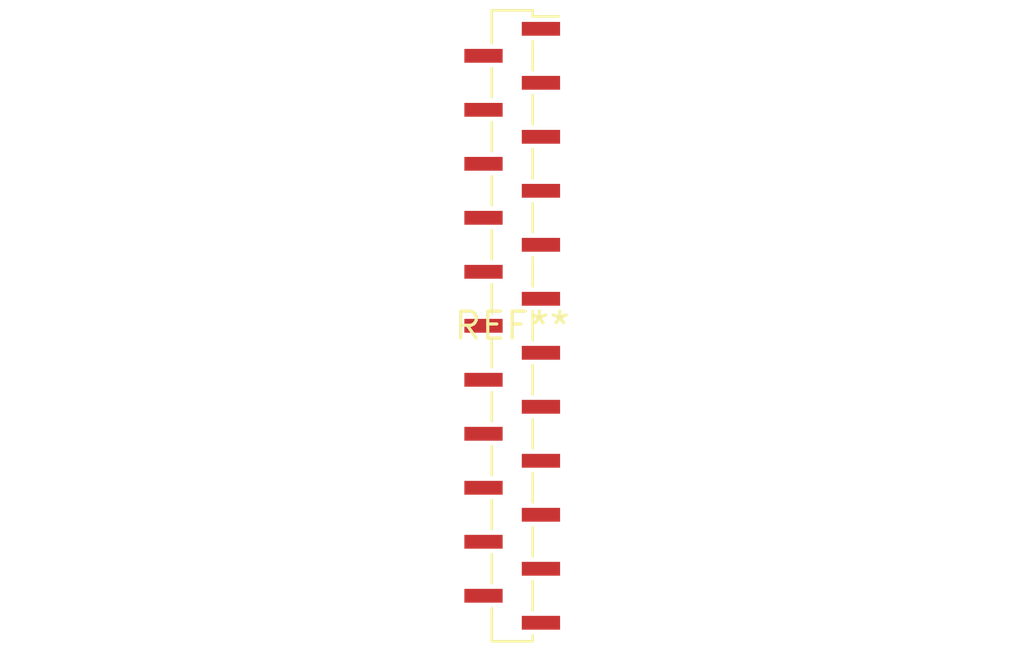
<source format=kicad_pcb>
(kicad_pcb (version 20240108) (generator pcbnew)
  (layers (0 "F.Cu" signal) (31 "B.Cu" signal) (34 "B.Paste" user) (35 "F.Paste" user) (36 "B.SilkS" user "B.Silkscreen") (37 "F.SilkS" user "F.Silkscreen") (38 "B.Mask" user) (39 "F.Mask" user) (44 "Edge.Cuts" user))
  (net 0 "")
  (footprint "PinSocket_1x23_P1.27mm_Vertical_SMD_Pin1Right" (layer "F.Cu") (at 0 0)
    (property "Reference" "REF**")
    (property "Value" "PinSocket_1x23_P1.27mm_Vertical_SMD_Pin1Right")
    (fp_line (start -0.96 -14.84) (end -0.96 -13.285) (layer "F.SilkS") (stroke (width 0.12)))
    (fp_line (start -0.96 -14.84) (end 0.96 -14.84) (layer "F.SilkS") (stroke (width 0.12)))
    (fp_line (start -0.96 -12.115) (end -0.96 -10.745) (layer "F.SilkS") (stroke (width 0.12)))
    (fp_line (start -0.96 -9.575) (end -0.96 -8.205) (layer "F.SilkS") (stroke (width 0.12)))
    (fp_line (start -0.96 -7.035) (end -0.96 -5.665) (layer "F.SilkS") (stroke (width 0.12)))
    (fp_line (start -0.96 -4.495) (end -0.96 -3.125) (layer "F.SilkS") (stroke (width 0.12)))
    (fp_line (start -0.96 -1.955) (end -0.96 -0.585) (layer "F.SilkS") (stroke (width 0.12)))
    (fp_line (start -0.96 0.585) (end -0.96 1.955) (layer "F.SilkS") (stroke (width 0.12)))
    (fp_line (start -0.96 3.125) (end -0.96 4.495) (layer "F.SilkS") (stroke (width 0.12)))
    (fp_line (start -0.96 5.665) (end -0.96 7.035) (layer "F.SilkS") (stroke (width 0.12)))
    (fp_line (start -0.96 8.205) (end -0.96 9.575) (layer "F.SilkS") (stroke (width 0.12)))
    (fp_line (start -0.96 10.745) (end -0.96 12.115) (layer "F.SilkS") (stroke (width 0.12)))
    (fp_line (start -0.96 13.285) (end -0.96 14.84) (layer "F.SilkS") (stroke (width 0.12)))
    (fp_line (start -0.96 14.84) (end 0.96 14.84) (layer "F.SilkS") (stroke (width 0.12)))
    (fp_line (start 0.96 -14.84) (end 0.96 -14.555) (layer "F.SilkS") (stroke (width 0.12)))
    (fp_line (start 0.96 -14.555) (end 2.19 -14.555) (layer "F.SilkS") (stroke (width 0.12)))
    (fp_line (start 0.96 -13.385) (end 0.96 -12.015) (layer "F.SilkS") (stroke (width 0.12)))
    (fp_line (start 0.96 -10.845) (end 0.96 -9.475) (layer "F.SilkS") (stroke (width 0.12)))
    (fp_line (start 0.96 -8.305) (end 0.96 -6.935) (layer "F.SilkS") (stroke (width 0.12)))
    (fp_line (start 0.96 -5.765) (end 0.96 -4.395) (layer "F.SilkS") (stroke (width 0.12)))
    (fp_line (start 0.96 -3.225) (end 0.96 -1.855) (layer "F.SilkS") (stroke (width 0.12)))
    (fp_line (start 0.96 -0.685) (end 0.96 0.685) (layer "F.SilkS") (stroke (width 0.12)))
    (fp_line (start 0.96 1.855) (end 0.96 3.225) (layer "F.SilkS") (stroke (width 0.12)))
    (fp_line (start 0.96 4.395) (end 0.96 5.765) (layer "F.SilkS") (stroke (width 0.12)))
    (fp_line (start 0.96 6.935) (end 0.96 8.305) (layer "F.SilkS") (stroke (width 0.12)))
    (fp_line (start 0.96 9.475) (end 0.96 10.845) (layer "F.SilkS") (stroke (width 0.12)))
    (fp_line (start 0.96 12.015) (end 0.96 13.385) (layer "F.SilkS") (stroke (width 0.12)))
    (fp_line (start 0.96 14.555) (end 0.96 14.84) (layer "F.SilkS") (stroke (width 0.12)))
    (pad "1" smd rect (at 1.35 -13.97) (size 1.8 0.65) (layers "F.Cu" "F.Paste" "F.Mask"))
    (pad "2" smd rect (at -1.35 -12.7) (size 1.8 0.65) (layers "F.Cu" "F.Paste" "F.Mask"))
    (pad "3" smd rect (at 1.35 -11.43) (size 1.8 0.65) (layers "F.Cu" "F.Paste" "F.Mask"))
    (pad "4" smd rect (at -1.35 -10.16) (size 1.8 0.65) (layers "F.Cu" "F.Paste" "F.Mask"))
    (pad "5" smd rect (at 1.35 -8.89) (size 1.8 0.65) (layers "F.Cu" "F.Paste" "F.Mask"))
    (pad "6" smd rect (at -1.35 -7.62) (size 1.8 0.65) (layers "F.Cu" "F.Paste" "F.Mask"))
    (pad "7" smd rect (at 1.35 -6.35) (size 1.8 0.65) (layers "F.Cu" "F.Paste" "F.Mask"))
    (pad "8" smd rect (at -1.35 -5.08) (size 1.8 0.65) (layers "F.Cu" "F.Paste" "F.Mask"))
    (pad "9" smd rect (at 1.35 -3.81) (size 1.8 0.65) (layers "F.Cu" "F.Paste" "F.Mask"))
    (pad "10" smd rect (at -1.35 -2.54) (size 1.8 0.65) (layers "F.Cu" "F.Paste" "F.Mask"))
    (pad "11" smd rect (at 1.35 -1.27) (size 1.8 0.65) (layers "F.Cu" "F.Paste" "F.Mask"))
    (pad "12" smd rect (at -1.35 0) (size 1.8 0.65) (layers "F.Cu" "F.Paste" "F.Mask"))
    (pad "13" smd rect (at 1.35 1.27) (size 1.8 0.65) (layers "F.Cu" "F.Paste" "F.Mask"))
    (pad "14" smd rect (at -1.35 2.54) (size 1.8 0.65) (layers "F.Cu" "F.Paste" "F.Mask"))
    (pad "15" smd rect (at 1.35 3.81) (size 1.8 0.65) (layers "F.Cu" "F.Paste" "F.Mask"))
    (pad "16" smd rect (at -1.35 5.08) (size 1.8 0.65) (layers "F.Cu" "F.Paste" "F.Mask"))
    (pad "17" smd rect (at 1.35 6.35) (size 1.8 0.65) (layers "F.Cu" "F.Paste" "F.Mask"))
    (pad "18" smd rect (at -1.35 7.62) (size 1.8 0.65) (layers "F.Cu" "F.Paste" "F.Mask"))
    (pad "19" smd rect (at 1.35 8.89) (size 1.8 0.65) (layers "F.Cu" "F.Paste" "F.Mask"))
    (pad "20" smd rect (at -1.35 10.16) (size 1.8 0.65) (layers "F.Cu" "F.Paste" "F.Mask"))
    (pad "21" smd rect (at 1.35 11.43) (size 1.8 0.65) (layers "F.Cu" "F.Paste" "F.Mask"))
    (pad "22" smd rect (at -1.35 12.7) (size 1.8 0.65) (layers "F.Cu" "F.Paste" "F.Mask"))
    (pad "23" smd rect (at 1.35 13.97) (size 1.8 0.65) (layers "F.Cu" "F.Paste" "F.Mask"))
  )
)
</source>
